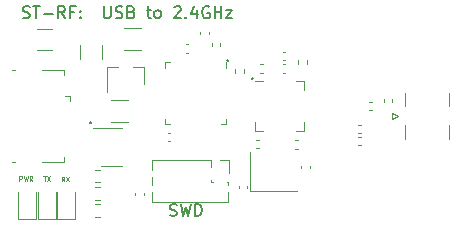
<source format=gbr>
%TF.GenerationSoftware,KiCad,Pcbnew,(5.1.7)-1*%
%TF.CreationDate,2020-12-26T20:13:37+13:00*%
%TF.ProjectId,STM32 RF Dongle,53544d33-3220-4524-9620-446f6e676c65,rev?*%
%TF.SameCoordinates,Original*%
%TF.FileFunction,Legend,Top*%
%TF.FilePolarity,Positive*%
%FSLAX46Y46*%
G04 Gerber Fmt 4.6, Leading zero omitted, Abs format (unit mm)*
G04 Created by KiCad (PCBNEW (5.1.7)-1) date 2020-12-26 20:13:37*
%MOMM*%
%LPD*%
G01*
G04 APERTURE LIST*
%ADD10C,0.150000*%
%ADD11C,0.100000*%
%ADD12C,0.120000*%
G04 APERTURE END LIST*
D10*
X132425000Y-94182142D02*
X132472619Y-94229761D01*
X132425000Y-94277380D01*
X132377380Y-94229761D01*
X132425000Y-94182142D01*
X132425000Y-94277380D01*
D11*
X126434285Y-99150952D02*
X126434285Y-98750952D01*
X126586666Y-98750952D01*
X126624761Y-98770000D01*
X126643809Y-98789047D01*
X126662857Y-98827142D01*
X126662857Y-98884285D01*
X126643809Y-98922380D01*
X126624761Y-98941428D01*
X126586666Y-98960476D01*
X126434285Y-98960476D01*
X126796190Y-98750952D02*
X126891428Y-99150952D01*
X126967619Y-98865238D01*
X127043809Y-99150952D01*
X127139047Y-98750952D01*
X127520000Y-99150952D02*
X127386666Y-98960476D01*
X127291428Y-99150952D02*
X127291428Y-98750952D01*
X127443809Y-98750952D01*
X127481904Y-98770000D01*
X127500952Y-98789047D01*
X127520000Y-98827142D01*
X127520000Y-98884285D01*
X127500952Y-98922380D01*
X127481904Y-98941428D01*
X127443809Y-98960476D01*
X127291428Y-98960476D01*
D10*
X139162857Y-102074761D02*
X139305714Y-102122380D01*
X139543809Y-102122380D01*
X139639047Y-102074761D01*
X139686666Y-102027142D01*
X139734285Y-101931904D01*
X139734285Y-101836666D01*
X139686666Y-101741428D01*
X139639047Y-101693809D01*
X139543809Y-101646190D01*
X139353333Y-101598571D01*
X139258095Y-101550952D01*
X139210476Y-101503333D01*
X139162857Y-101408095D01*
X139162857Y-101312857D01*
X139210476Y-101217619D01*
X139258095Y-101170000D01*
X139353333Y-101122380D01*
X139591428Y-101122380D01*
X139734285Y-101170000D01*
X140067619Y-101122380D02*
X140305714Y-102122380D01*
X140496190Y-101408095D01*
X140686666Y-102122380D01*
X140924761Y-101122380D01*
X141305714Y-102122380D02*
X141305714Y-101122380D01*
X141543809Y-101122380D01*
X141686666Y-101170000D01*
X141781904Y-101265238D01*
X141829523Y-101360476D01*
X141877142Y-101550952D01*
X141877142Y-101693809D01*
X141829523Y-101884285D01*
X141781904Y-101979523D01*
X141686666Y-102074761D01*
X141543809Y-102122380D01*
X141305714Y-102122380D01*
D11*
X130233333Y-99200952D02*
X130100000Y-99010476D01*
X130004761Y-99200952D02*
X130004761Y-98800952D01*
X130157142Y-98800952D01*
X130195238Y-98820000D01*
X130214285Y-98839047D01*
X130233333Y-98877142D01*
X130233333Y-98934285D01*
X130214285Y-98972380D01*
X130195238Y-98991428D01*
X130157142Y-99010476D01*
X130004761Y-99010476D01*
X130366666Y-98800952D02*
X130633333Y-99200952D01*
X130633333Y-98800952D02*
X130366666Y-99200952D01*
X128445238Y-98750952D02*
X128673809Y-98750952D01*
X128559523Y-99150952D02*
X128559523Y-98750952D01*
X128769047Y-98750952D02*
X129035714Y-99150952D01*
X129035714Y-98750952D02*
X128769047Y-99150952D01*
D10*
X146140000Y-90437142D02*
X146187619Y-90484761D01*
X146140000Y-90532380D01*
X146092380Y-90484761D01*
X146140000Y-90437142D01*
X146140000Y-90532380D01*
X144080000Y-88887142D02*
X144127619Y-88934761D01*
X144080000Y-88982380D01*
X144032380Y-88934761D01*
X144080000Y-88887142D01*
X144080000Y-88982380D01*
X126716666Y-85324761D02*
X126859523Y-85372380D01*
X127097619Y-85372380D01*
X127192857Y-85324761D01*
X127240476Y-85277142D01*
X127288095Y-85181904D01*
X127288095Y-85086666D01*
X127240476Y-84991428D01*
X127192857Y-84943809D01*
X127097619Y-84896190D01*
X126907142Y-84848571D01*
X126811904Y-84800952D01*
X126764285Y-84753333D01*
X126716666Y-84658095D01*
X126716666Y-84562857D01*
X126764285Y-84467619D01*
X126811904Y-84420000D01*
X126907142Y-84372380D01*
X127145238Y-84372380D01*
X127288095Y-84420000D01*
X127573809Y-84372380D02*
X128145238Y-84372380D01*
X127859523Y-85372380D02*
X127859523Y-84372380D01*
X128478571Y-84991428D02*
X129240476Y-84991428D01*
X130288095Y-85372380D02*
X129954761Y-84896190D01*
X129716666Y-85372380D02*
X129716666Y-84372380D01*
X130097619Y-84372380D01*
X130192857Y-84420000D01*
X130240476Y-84467619D01*
X130288095Y-84562857D01*
X130288095Y-84705714D01*
X130240476Y-84800952D01*
X130192857Y-84848571D01*
X130097619Y-84896190D01*
X129716666Y-84896190D01*
X131050000Y-84848571D02*
X130716666Y-84848571D01*
X130716666Y-85372380D02*
X130716666Y-84372380D01*
X131192857Y-84372380D01*
X131573809Y-85277142D02*
X131621428Y-85324761D01*
X131573809Y-85372380D01*
X131526190Y-85324761D01*
X131573809Y-85277142D01*
X131573809Y-85372380D01*
X131573809Y-84753333D02*
X131621428Y-84800952D01*
X131573809Y-84848571D01*
X131526190Y-84800952D01*
X131573809Y-84753333D01*
X131573809Y-84848571D01*
X133573809Y-84372380D02*
X133573809Y-85181904D01*
X133621428Y-85277142D01*
X133669047Y-85324761D01*
X133764285Y-85372380D01*
X133954761Y-85372380D01*
X134050000Y-85324761D01*
X134097619Y-85277142D01*
X134145238Y-85181904D01*
X134145238Y-84372380D01*
X134573809Y-85324761D02*
X134716666Y-85372380D01*
X134954761Y-85372380D01*
X135050000Y-85324761D01*
X135097619Y-85277142D01*
X135145238Y-85181904D01*
X135145238Y-85086666D01*
X135097619Y-84991428D01*
X135050000Y-84943809D01*
X134954761Y-84896190D01*
X134764285Y-84848571D01*
X134669047Y-84800952D01*
X134621428Y-84753333D01*
X134573809Y-84658095D01*
X134573809Y-84562857D01*
X134621428Y-84467619D01*
X134669047Y-84420000D01*
X134764285Y-84372380D01*
X135002380Y-84372380D01*
X135145238Y-84420000D01*
X135907142Y-84848571D02*
X136050000Y-84896190D01*
X136097619Y-84943809D01*
X136145238Y-85039047D01*
X136145238Y-85181904D01*
X136097619Y-85277142D01*
X136050000Y-85324761D01*
X135954761Y-85372380D01*
X135573809Y-85372380D01*
X135573809Y-84372380D01*
X135907142Y-84372380D01*
X136002380Y-84420000D01*
X136050000Y-84467619D01*
X136097619Y-84562857D01*
X136097619Y-84658095D01*
X136050000Y-84753333D01*
X136002380Y-84800952D01*
X135907142Y-84848571D01*
X135573809Y-84848571D01*
X137192857Y-84705714D02*
X137573809Y-84705714D01*
X137335714Y-84372380D02*
X137335714Y-85229523D01*
X137383333Y-85324761D01*
X137478571Y-85372380D01*
X137573809Y-85372380D01*
X138050000Y-85372380D02*
X137954761Y-85324761D01*
X137907142Y-85277142D01*
X137859523Y-85181904D01*
X137859523Y-84896190D01*
X137907142Y-84800952D01*
X137954761Y-84753333D01*
X138050000Y-84705714D01*
X138192857Y-84705714D01*
X138288095Y-84753333D01*
X138335714Y-84800952D01*
X138383333Y-84896190D01*
X138383333Y-85181904D01*
X138335714Y-85277142D01*
X138288095Y-85324761D01*
X138192857Y-85372380D01*
X138050000Y-85372380D01*
X139526190Y-84467619D02*
X139573809Y-84420000D01*
X139669047Y-84372380D01*
X139907142Y-84372380D01*
X140002380Y-84420000D01*
X140050000Y-84467619D01*
X140097619Y-84562857D01*
X140097619Y-84658095D01*
X140050000Y-84800952D01*
X139478571Y-85372380D01*
X140097619Y-85372380D01*
X140526190Y-85277142D02*
X140573809Y-85324761D01*
X140526190Y-85372380D01*
X140478571Y-85324761D01*
X140526190Y-85277142D01*
X140526190Y-85372380D01*
X141430952Y-84705714D02*
X141430952Y-85372380D01*
X141192857Y-84324761D02*
X140954761Y-85039047D01*
X141573809Y-85039047D01*
X142478571Y-84420000D02*
X142383333Y-84372380D01*
X142240476Y-84372380D01*
X142097619Y-84420000D01*
X142002380Y-84515238D01*
X141954761Y-84610476D01*
X141907142Y-84800952D01*
X141907142Y-84943809D01*
X141954761Y-85134285D01*
X142002380Y-85229523D01*
X142097619Y-85324761D01*
X142240476Y-85372380D01*
X142335714Y-85372380D01*
X142478571Y-85324761D01*
X142526190Y-85277142D01*
X142526190Y-84943809D01*
X142335714Y-84943809D01*
X142954761Y-85372380D02*
X142954761Y-84372380D01*
X142954761Y-84848571D02*
X143526190Y-84848571D01*
X143526190Y-85372380D02*
X143526190Y-84372380D01*
X143907142Y-84705714D02*
X144430952Y-84705714D01*
X143907142Y-85372380D01*
X144430952Y-85372380D01*
D12*
%TO.C,C7*%
X135581252Y-92320000D02*
X134158748Y-92320000D01*
X135581252Y-94140000D02*
X134158748Y-94140000D01*
%TO.C,U3*%
X133300000Y-97860000D02*
X135100000Y-97860000D01*
X135100000Y-94640000D02*
X132650000Y-94640000D01*
%TO.C,R6*%
X132787742Y-101152500D02*
X133262258Y-101152500D01*
X132787742Y-102197500D02*
X133262258Y-102197500D01*
%TO.C,D3*%
X127805000Y-102355000D02*
X127805000Y-100070000D01*
X126335000Y-102355000D02*
X127805000Y-102355000D01*
X126335000Y-100070000D02*
X126335000Y-102355000D01*
%TO.C,J1*%
X130172500Y-89750000D02*
X130172500Y-90200000D01*
X128322500Y-89750000D02*
X130172500Y-89750000D01*
X125772500Y-97550000D02*
X126022500Y-97550000D01*
X125772500Y-89750000D02*
X126022500Y-89750000D01*
X128322500Y-97550000D02*
X130172500Y-97550000D01*
X130172500Y-97550000D02*
X130172500Y-97100000D01*
X130722500Y-91950000D02*
X130722500Y-92400000D01*
X130722500Y-91950000D02*
X130272500Y-91950000D01*
%TO.C,U1*%
X147057600Y-90704660D02*
X146332600Y-90704660D01*
X150552600Y-94924660D02*
X150552600Y-94199660D01*
X149827600Y-94924660D02*
X150552600Y-94924660D01*
X146332600Y-94924660D02*
X146332600Y-94199660D01*
X147057600Y-94924660D02*
X146332600Y-94924660D01*
X150552600Y-90704660D02*
X150552600Y-91429660D01*
X149827600Y-90704660D02*
X150552600Y-90704660D01*
%TO.C,C17*%
X139217836Y-95790000D02*
X139002164Y-95790000D01*
X139217836Y-95070000D02*
X139002164Y-95070000D01*
%TO.C,C13*%
X157280000Y-92477836D02*
X157280000Y-92262164D01*
X158000000Y-92477836D02*
X158000000Y-92262164D01*
%TO.C,C15*%
X141720000Y-86737836D02*
X141720000Y-86522164D01*
X142440000Y-86737836D02*
X142440000Y-86522164D01*
%TO.C,C16*%
X140707836Y-88290000D02*
X140492164Y-88290000D01*
X140707836Y-87570000D02*
X140492164Y-87570000D01*
%TO.C,C2*%
X146707836Y-96390000D02*
X146492164Y-96390000D01*
X146707836Y-95670000D02*
X146492164Y-95670000D01*
%TO.C,C3*%
X135258748Y-86250000D02*
X136681252Y-86250000D01*
X135258748Y-88070000D02*
X136681252Y-88070000D01*
%TO.C,C5*%
X148737164Y-89265000D02*
X148952836Y-89265000D01*
X148737164Y-89985000D02*
X148952836Y-89985000D01*
%TO.C,C8*%
X155102164Y-94400000D02*
X155317836Y-94400000D01*
X155102164Y-95120000D02*
X155317836Y-95120000D01*
%TO.C,C9*%
X145705000Y-99567164D02*
X145705000Y-99782836D01*
X144985000Y-99567164D02*
X144985000Y-99782836D01*
%TO.C,C6*%
X148737164Y-88210000D02*
X148952836Y-88210000D01*
X148737164Y-88930000D02*
X148952836Y-88930000D01*
%TO.C,C10*%
X155112164Y-95430000D02*
X155327836Y-95430000D01*
X155112164Y-96150000D02*
X155327836Y-96150000D01*
%TO.C,C1*%
X147052836Y-89985000D02*
X146837164Y-89985000D01*
X147052836Y-89265000D02*
X146837164Y-89265000D01*
%TO.C,C11*%
X156022164Y-92450000D02*
X156237836Y-92450000D01*
X156022164Y-93170000D02*
X156237836Y-93170000D01*
%TO.C,C12*%
X151005000Y-97867164D02*
X151005000Y-98082836D01*
X150285000Y-97867164D02*
X150285000Y-98082836D01*
%TO.C,D2*%
X129645000Y-100090000D02*
X129645000Y-102375000D01*
X129645000Y-102375000D02*
X131115000Y-102375000D01*
X131115000Y-102375000D02*
X131115000Y-100090000D01*
%TO.C,FB1*%
X131590000Y-88872064D02*
X131590000Y-87667936D01*
X133410000Y-88872064D02*
X133410000Y-87667936D01*
%TO.C,C18*%
X142710000Y-87702836D02*
X142710000Y-87487164D01*
X143430000Y-87702836D02*
X143430000Y-87487164D01*
%TO.C,R3*%
X144720000Y-90003641D02*
X144720000Y-89696359D01*
X145480000Y-90003641D02*
X145480000Y-89696359D01*
%TO.C,R5*%
X133262258Y-99247500D02*
X132787742Y-99247500D01*
X133262258Y-98202500D02*
X132787742Y-98202500D01*
%TO.C,C19*%
X136940000Y-100172164D02*
X136940000Y-100387836D01*
X136220000Y-100172164D02*
X136220000Y-100387836D01*
%TO.C,J3*%
X144170000Y-97380000D02*
X144170000Y-98510000D01*
X143410000Y-97380000D02*
X144170000Y-97380000D01*
X144105000Y-100087530D02*
X144105000Y-100910000D01*
X144105000Y-99270000D02*
X144105000Y-99472470D01*
X143973471Y-99270000D02*
X144105000Y-99270000D01*
X142703471Y-99270000D02*
X142846529Y-99270000D01*
X142650000Y-99073471D02*
X142650000Y-99216529D01*
X142650000Y-97380000D02*
X142650000Y-97946529D01*
X144105000Y-100910000D02*
X137635000Y-100910000D01*
X142650000Y-97380000D02*
X137635000Y-97380000D01*
X137635000Y-98817530D02*
X137635000Y-99472470D01*
X137635000Y-100087530D02*
X137635000Y-100910000D01*
X137635000Y-97380000D02*
X137635000Y-98202470D01*
%TO.C,U2*%
X137005000Y-89490000D02*
X137005000Y-90950000D01*
X133845000Y-89490000D02*
X133845000Y-91650000D01*
X133845000Y-89490000D02*
X134775000Y-89490000D01*
X137005000Y-89490000D02*
X136075000Y-89490000D01*
%TO.C,R4*%
X133262258Y-100747500D02*
X132787742Y-100747500D01*
X133262258Y-99702500D02*
X132787742Y-99702500D01*
%TO.C,R1*%
X150015000Y-89268641D02*
X150015000Y-88961359D01*
X150775000Y-89268641D02*
X150775000Y-88961359D01*
%TO.C,Y1*%
X145970000Y-96675000D02*
X145970000Y-99975000D01*
X145970000Y-99975000D02*
X149970000Y-99975000D01*
%TO.C,U4*%
X143940000Y-89605000D02*
X143940000Y-89130000D01*
X138720000Y-94350000D02*
X139195000Y-94350000D01*
X138720000Y-93875000D02*
X138720000Y-94350000D01*
X138720000Y-89130000D02*
X139195000Y-89130000D01*
X138720000Y-89605000D02*
X138720000Y-89130000D01*
X143940000Y-94350000D02*
X143465000Y-94350000D01*
X143940000Y-93875000D02*
X143940000Y-94350000D01*
%TO.C,D1*%
X128035000Y-100080000D02*
X128035000Y-102365000D01*
X128035000Y-102365000D02*
X129505000Y-102365000D01*
X129505000Y-102365000D02*
X129505000Y-100080000D01*
%TO.C,R2*%
X149726359Y-95690000D02*
X150033641Y-95690000D01*
X149726359Y-96450000D02*
X150033641Y-96450000D01*
%TO.C,F1*%
X127947936Y-86265000D02*
X129152064Y-86265000D01*
X127947936Y-88085000D02*
X129152064Y-88085000D01*
%TO.C,J2*%
X158015000Y-93875000D02*
X158515000Y-93625000D01*
X158015000Y-93375000D02*
X158015000Y-93875000D01*
X158515000Y-93625000D02*
X158015000Y-93375000D01*
X162775000Y-95575000D02*
X162775000Y-94465000D01*
X162775000Y-92785000D02*
X162775000Y-91675000D01*
X159065000Y-95575000D02*
X159065000Y-94465000D01*
X159065000Y-92785000D02*
X159065000Y-91675000D01*
%TD*%
M02*

</source>
